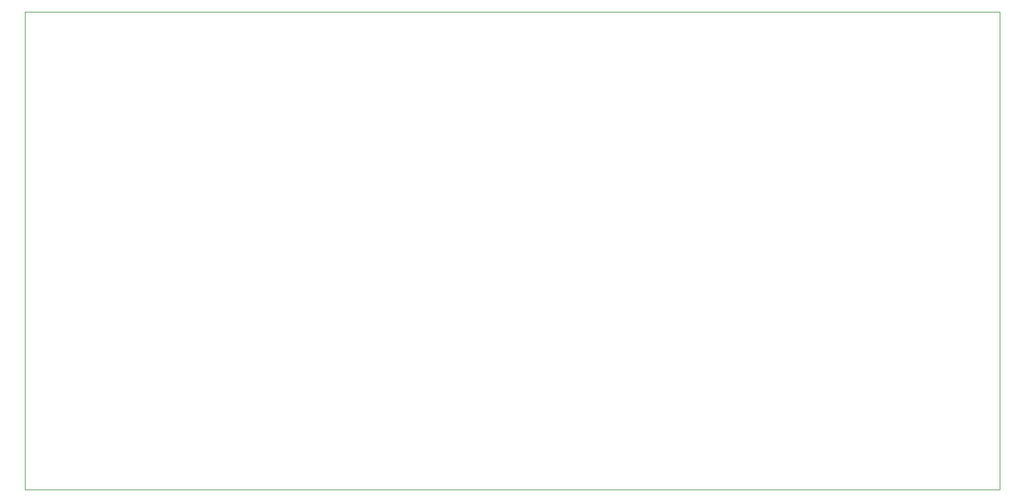
<source format=gbr>
%FSLAX46Y46*%
G04 Gerber Fmt 4.6, Leading zero omitted, Abs format (unit mm)*
G04 Created by KiCad (PCBNEW (2014-jul-16 BZR unknown)-product) date Mon 06 Oct 2014 10:40:32 AM CEST*
%MOMM*%
G01*
G04 APERTURE LIST*
%ADD10C,0.100000*%
G04 APERTURE END LIST*
D10*
X0Y65000000D02*
X30000000Y65000000D01*
X0Y0D02*
X0Y65000000D01*
X30000000Y0D02*
X0Y0D01*
X132500000Y65000000D02*
X30000000Y65000000D01*
X132500000Y0D02*
X30000000Y0D01*
X132500000Y0D02*
X132500000Y65000000D01*
M02*

</source>
